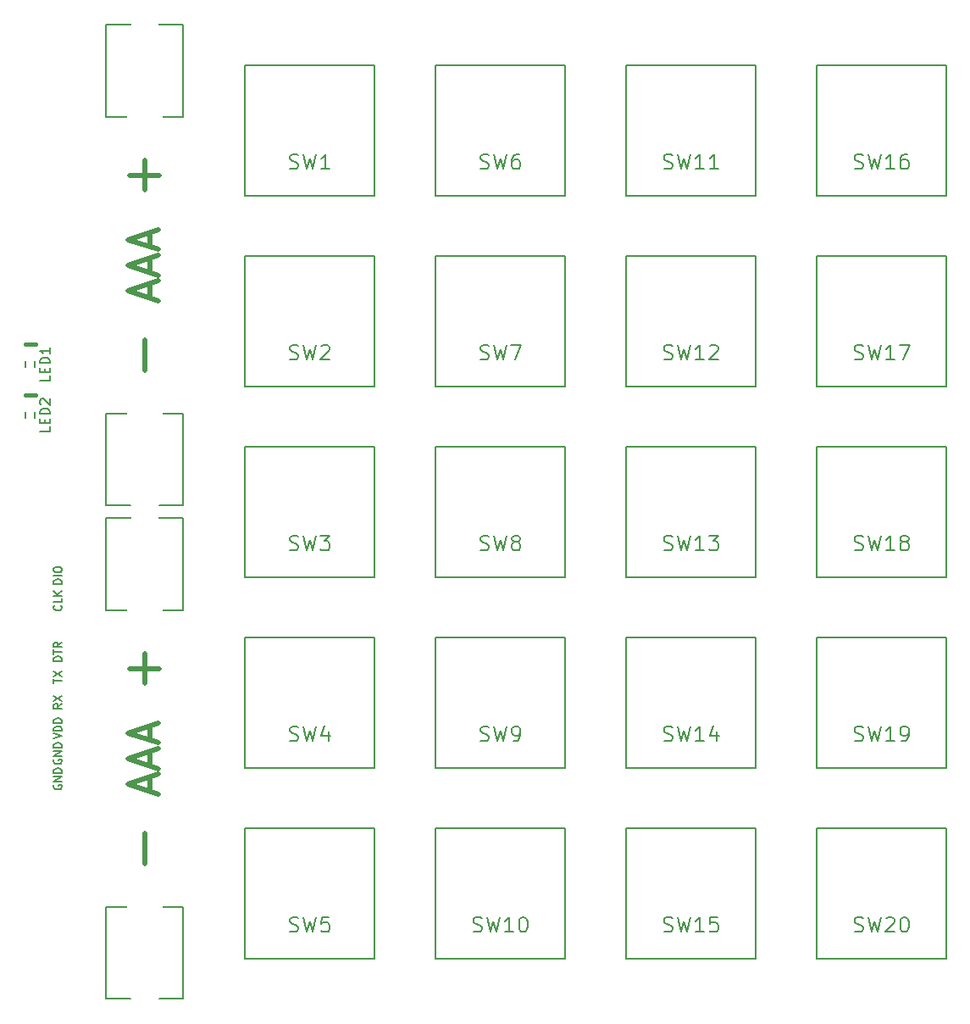
<source format=gto>
G04 #@! TF.FileFunction,Legend,Top*
%FSLAX46Y46*%
G04 Gerber Fmt 4.6, Leading zero omitted, Abs format (unit mm)*
G04 Created by KiCad (PCBNEW 4.0.7) date 01/05/18 23:40:39*
%MOMM*%
%LPD*%
G01*
G04 APERTURE LIST*
%ADD10C,0.100000*%
%ADD11C,0.400000*%
%ADD12C,0.500000*%
%ADD13C,0.150000*%
%ADD14C,0.200000*%
%ADD15C,3.700000*%
%ADD16C,1.910000*%
%ADD17C,2.700000*%
%ADD18C,4.200000*%
%ADD19C,2.400000*%
%ADD20R,1.000000X1.200000*%
%ADD21C,1.600000*%
G04 APERTURE END LIST*
D10*
D11*
X70612000Y-89916000D02*
X71628000Y-89916000D01*
X70612000Y-84836000D02*
X71628000Y-84836000D01*
D12*
X82550000Y-87462000D02*
X82550000Y-84462000D01*
X81050000Y-67962000D02*
X84050000Y-67962000D01*
X82550000Y-66462000D02*
X82550000Y-69462000D01*
D13*
X78700000Y-91762000D02*
X86400000Y-91762000D01*
X86400000Y-91762000D02*
X86400000Y-100962000D01*
X86400000Y-100962000D02*
X78700000Y-100962000D01*
X78700000Y-100962000D02*
X78700000Y-91762000D01*
X78700000Y-62162000D02*
X86400000Y-62162000D01*
X86400000Y-62162000D02*
X86400000Y-52962000D01*
X86400000Y-52962000D02*
X78700000Y-52962000D01*
X78700000Y-52962000D02*
X78700000Y-62162000D01*
D12*
X82550000Y-136738000D02*
X82550000Y-133738000D01*
X81050000Y-117238000D02*
X84050000Y-117238000D01*
X82550000Y-115738000D02*
X82550000Y-118738000D01*
D13*
X78700000Y-141038000D02*
X86400000Y-141038000D01*
X86400000Y-141038000D02*
X86400000Y-150238000D01*
X86400000Y-150238000D02*
X78700000Y-150238000D01*
X78700000Y-150238000D02*
X78700000Y-141038000D01*
X78700000Y-111438000D02*
X86400000Y-111438000D01*
X86400000Y-111438000D02*
X86400000Y-102238000D01*
X86400000Y-102238000D02*
X78700000Y-102238000D01*
X78700000Y-102238000D02*
X78700000Y-111438000D01*
X92560000Y-76050000D02*
X105560000Y-76050000D01*
X105560000Y-76050000D02*
X105560000Y-89050000D01*
X105560000Y-89050000D02*
X92560000Y-89050000D01*
X92560000Y-89050000D02*
X92560000Y-76050000D01*
X92560000Y-57000000D02*
X105560000Y-57000000D01*
X105560000Y-57000000D02*
X105560000Y-70000000D01*
X105560000Y-70000000D02*
X92560000Y-70000000D01*
X92560000Y-70000000D02*
X92560000Y-57000000D01*
X71570000Y-86568000D02*
X71570000Y-87168000D01*
X70670000Y-86568000D02*
X70670000Y-87168000D01*
X71570000Y-91648000D02*
X71570000Y-92248000D01*
X70670000Y-91648000D02*
X70670000Y-92248000D01*
X149710000Y-133200000D02*
X162710000Y-133200000D01*
X162710000Y-133200000D02*
X162710000Y-146200000D01*
X162710000Y-146200000D02*
X149710000Y-146200000D01*
X149710000Y-146200000D02*
X149710000Y-133200000D01*
X149710000Y-114150000D02*
X162710000Y-114150000D01*
X162710000Y-114150000D02*
X162710000Y-127150000D01*
X162710000Y-127150000D02*
X149710000Y-127150000D01*
X149710000Y-127150000D02*
X149710000Y-114150000D01*
X149710000Y-95100000D02*
X162710000Y-95100000D01*
X162710000Y-95100000D02*
X162710000Y-108100000D01*
X162710000Y-108100000D02*
X149710000Y-108100000D01*
X149710000Y-108100000D02*
X149710000Y-95100000D01*
X149710000Y-76050000D02*
X162710000Y-76050000D01*
X162710000Y-76050000D02*
X162710000Y-89050000D01*
X162710000Y-89050000D02*
X149710000Y-89050000D01*
X149710000Y-89050000D02*
X149710000Y-76050000D01*
X149710000Y-57000000D02*
X162710000Y-57000000D01*
X162710000Y-57000000D02*
X162710000Y-70000000D01*
X162710000Y-70000000D02*
X149710000Y-70000000D01*
X149710000Y-70000000D02*
X149710000Y-57000000D01*
X130660000Y-133200000D02*
X143660000Y-133200000D01*
X143660000Y-133200000D02*
X143660000Y-146200000D01*
X143660000Y-146200000D02*
X130660000Y-146200000D01*
X130660000Y-146200000D02*
X130660000Y-133200000D01*
X130660000Y-114150000D02*
X143660000Y-114150000D01*
X143660000Y-114150000D02*
X143660000Y-127150000D01*
X143660000Y-127150000D02*
X130660000Y-127150000D01*
X130660000Y-127150000D02*
X130660000Y-114150000D01*
X130660000Y-95100000D02*
X143660000Y-95100000D01*
X143660000Y-95100000D02*
X143660000Y-108100000D01*
X143660000Y-108100000D02*
X130660000Y-108100000D01*
X130660000Y-108100000D02*
X130660000Y-95100000D01*
X130660000Y-76050000D02*
X143660000Y-76050000D01*
X143660000Y-76050000D02*
X143660000Y-89050000D01*
X143660000Y-89050000D02*
X130660000Y-89050000D01*
X130660000Y-89050000D02*
X130660000Y-76050000D01*
X130660000Y-57000000D02*
X143660000Y-57000000D01*
X143660000Y-57000000D02*
X143660000Y-70000000D01*
X143660000Y-70000000D02*
X130660000Y-70000000D01*
X130660000Y-70000000D02*
X130660000Y-57000000D01*
X111610000Y-133200000D02*
X124610000Y-133200000D01*
X124610000Y-133200000D02*
X124610000Y-146200000D01*
X124610000Y-146200000D02*
X111610000Y-146200000D01*
X111610000Y-146200000D02*
X111610000Y-133200000D01*
X111610000Y-114150000D02*
X124610000Y-114150000D01*
X124610000Y-114150000D02*
X124610000Y-127150000D01*
X124610000Y-127150000D02*
X111610000Y-127150000D01*
X111610000Y-127150000D02*
X111610000Y-114150000D01*
X111610000Y-95100000D02*
X124610000Y-95100000D01*
X124610000Y-95100000D02*
X124610000Y-108100000D01*
X124610000Y-108100000D02*
X111610000Y-108100000D01*
X111610000Y-108100000D02*
X111610000Y-95100000D01*
X111610000Y-76050000D02*
X124610000Y-76050000D01*
X124610000Y-76050000D02*
X124610000Y-89050000D01*
X124610000Y-89050000D02*
X111610000Y-89050000D01*
X111610000Y-89050000D02*
X111610000Y-76050000D01*
X92560000Y-133200000D02*
X105560000Y-133200000D01*
X105560000Y-133200000D02*
X105560000Y-146200000D01*
X105560000Y-146200000D02*
X92560000Y-146200000D01*
X92560000Y-146200000D02*
X92560000Y-133200000D01*
X92560000Y-114150000D02*
X105560000Y-114150000D01*
X105560000Y-114150000D02*
X105560000Y-127150000D01*
X105560000Y-127150000D02*
X92560000Y-127150000D01*
X92560000Y-127150000D02*
X92560000Y-114150000D01*
X92560000Y-95100000D02*
X105560000Y-95100000D01*
X105560000Y-95100000D02*
X105560000Y-108100000D01*
X105560000Y-108100000D02*
X92560000Y-108100000D01*
X92560000Y-108100000D02*
X92560000Y-95100000D01*
X111610000Y-57000000D02*
X124610000Y-57000000D01*
X124610000Y-57000000D02*
X124610000Y-70000000D01*
X124610000Y-70000000D02*
X111610000Y-70000000D01*
X111610000Y-70000000D02*
X111610000Y-57000000D01*
D12*
X83050000Y-80247714D02*
X83050000Y-78819143D01*
X83907143Y-80533429D02*
X80907143Y-79533429D01*
X83907143Y-78533429D01*
X83050000Y-77676285D02*
X83050000Y-76247714D01*
X83907143Y-77962000D02*
X80907143Y-76962000D01*
X83907143Y-75962000D01*
X83050000Y-75104856D02*
X83050000Y-73676285D01*
X83907143Y-75390571D02*
X80907143Y-74390571D01*
X83907143Y-73390571D01*
X83050000Y-129523714D02*
X83050000Y-128095143D01*
X83907143Y-129809429D02*
X80907143Y-128809429D01*
X83907143Y-127809429D01*
X83050000Y-126952285D02*
X83050000Y-125523714D01*
X83907143Y-127238000D02*
X80907143Y-126238000D01*
X83907143Y-125238000D01*
X83050000Y-124380856D02*
X83050000Y-122952285D01*
X83907143Y-124666571D02*
X80907143Y-123666571D01*
X83907143Y-122666571D01*
D14*
X97060000Y-86332143D02*
X97274286Y-86403571D01*
X97631429Y-86403571D01*
X97774286Y-86332143D01*
X97845715Y-86260714D01*
X97917143Y-86117857D01*
X97917143Y-85975000D01*
X97845715Y-85832143D01*
X97774286Y-85760714D01*
X97631429Y-85689286D01*
X97345715Y-85617857D01*
X97202857Y-85546429D01*
X97131429Y-85475000D01*
X97060000Y-85332143D01*
X97060000Y-85189286D01*
X97131429Y-85046429D01*
X97202857Y-84975000D01*
X97345715Y-84903571D01*
X97702857Y-84903571D01*
X97917143Y-84975000D01*
X98417143Y-84903571D02*
X98774286Y-86403571D01*
X99060000Y-85332143D01*
X99345714Y-86403571D01*
X99702857Y-84903571D01*
X100202857Y-85046429D02*
X100274286Y-84975000D01*
X100417143Y-84903571D01*
X100774286Y-84903571D01*
X100917143Y-84975000D01*
X100988572Y-85046429D01*
X101060000Y-85189286D01*
X101060000Y-85332143D01*
X100988572Y-85546429D01*
X100131429Y-86403571D01*
X101060000Y-86403571D01*
X97060000Y-67282143D02*
X97274286Y-67353571D01*
X97631429Y-67353571D01*
X97774286Y-67282143D01*
X97845715Y-67210714D01*
X97917143Y-67067857D01*
X97917143Y-66925000D01*
X97845715Y-66782143D01*
X97774286Y-66710714D01*
X97631429Y-66639286D01*
X97345715Y-66567857D01*
X97202857Y-66496429D01*
X97131429Y-66425000D01*
X97060000Y-66282143D01*
X97060000Y-66139286D01*
X97131429Y-65996429D01*
X97202857Y-65925000D01*
X97345715Y-65853571D01*
X97702857Y-65853571D01*
X97917143Y-65925000D01*
X98417143Y-65853571D02*
X98774286Y-67353571D01*
X99060000Y-66282143D01*
X99345714Y-67353571D01*
X99702857Y-65853571D01*
X101060000Y-67353571D02*
X100202857Y-67353571D01*
X100631429Y-67353571D02*
X100631429Y-65853571D01*
X100488572Y-66067857D01*
X100345714Y-66210714D01*
X100202857Y-66282143D01*
D13*
X73096381Y-87987047D02*
X73096381Y-88463238D01*
X72096381Y-88463238D01*
X72572571Y-87653714D02*
X72572571Y-87320380D01*
X73096381Y-87177523D02*
X73096381Y-87653714D01*
X72096381Y-87653714D01*
X72096381Y-87177523D01*
X73096381Y-86748952D02*
X72096381Y-86748952D01*
X72096381Y-86510857D01*
X72144000Y-86367999D01*
X72239238Y-86272761D01*
X72334476Y-86225142D01*
X72524952Y-86177523D01*
X72667810Y-86177523D01*
X72858286Y-86225142D01*
X72953524Y-86272761D01*
X73048762Y-86367999D01*
X73096381Y-86510857D01*
X73096381Y-86748952D01*
X73096381Y-85225142D02*
X73096381Y-85796571D01*
X73096381Y-85510857D02*
X72096381Y-85510857D01*
X72239238Y-85606095D01*
X72334476Y-85701333D01*
X72382095Y-85796571D01*
X73096381Y-93067047D02*
X73096381Y-93543238D01*
X72096381Y-93543238D01*
X72572571Y-92733714D02*
X72572571Y-92400380D01*
X73096381Y-92257523D02*
X73096381Y-92733714D01*
X72096381Y-92733714D01*
X72096381Y-92257523D01*
X73096381Y-91828952D02*
X72096381Y-91828952D01*
X72096381Y-91590857D01*
X72144000Y-91447999D01*
X72239238Y-91352761D01*
X72334476Y-91305142D01*
X72524952Y-91257523D01*
X72667810Y-91257523D01*
X72858286Y-91305142D01*
X72953524Y-91352761D01*
X73048762Y-91447999D01*
X73096381Y-91590857D01*
X73096381Y-91828952D01*
X72191619Y-90876571D02*
X72144000Y-90828952D01*
X72096381Y-90733714D01*
X72096381Y-90495618D01*
X72144000Y-90400380D01*
X72191619Y-90352761D01*
X72286857Y-90305142D01*
X72382095Y-90305142D01*
X72524952Y-90352761D01*
X73096381Y-90924190D01*
X73096381Y-90305142D01*
X74199714Y-110966190D02*
X74237810Y-111004285D01*
X74275905Y-111118571D01*
X74275905Y-111194761D01*
X74237810Y-111309047D01*
X74161619Y-111385238D01*
X74085429Y-111423333D01*
X73933048Y-111461428D01*
X73818762Y-111461428D01*
X73666381Y-111423333D01*
X73590190Y-111385238D01*
X73514000Y-111309047D01*
X73475905Y-111194761D01*
X73475905Y-111118571D01*
X73514000Y-111004285D01*
X73552095Y-110966190D01*
X74275905Y-110242380D02*
X74275905Y-110623333D01*
X73475905Y-110623333D01*
X74275905Y-109975714D02*
X73475905Y-109975714D01*
X74275905Y-109518571D02*
X73818762Y-109861428D01*
X73475905Y-109518571D02*
X73933048Y-109975714D01*
X74275905Y-108769047D02*
X73475905Y-108769047D01*
X73475905Y-108578571D01*
X73514000Y-108464285D01*
X73590190Y-108388094D01*
X73666381Y-108349999D01*
X73818762Y-108311904D01*
X73933048Y-108311904D01*
X74085429Y-108349999D01*
X74161619Y-108388094D01*
X74237810Y-108464285D01*
X74275905Y-108578571D01*
X74275905Y-108769047D01*
X74275905Y-107969047D02*
X73475905Y-107969047D01*
X73475905Y-107435714D02*
X73475905Y-107283333D01*
X73514000Y-107207142D01*
X73590190Y-107130952D01*
X73742571Y-107092857D01*
X74009238Y-107092857D01*
X74161619Y-107130952D01*
X74237810Y-107207142D01*
X74275905Y-107283333D01*
X74275905Y-107435714D01*
X74237810Y-107511904D01*
X74161619Y-107588095D01*
X74009238Y-107626190D01*
X73742571Y-107626190D01*
X73590190Y-107588095D01*
X73514000Y-107511904D01*
X73475905Y-107435714D01*
X74275905Y-116484286D02*
X73475905Y-116484286D01*
X73475905Y-116293810D01*
X73514000Y-116179524D01*
X73590190Y-116103333D01*
X73666381Y-116065238D01*
X73818762Y-116027143D01*
X73933048Y-116027143D01*
X74085429Y-116065238D01*
X74161619Y-116103333D01*
X74237810Y-116179524D01*
X74275905Y-116293810D01*
X74275905Y-116484286D01*
X73475905Y-115798572D02*
X73475905Y-115341429D01*
X74275905Y-115570000D02*
X73475905Y-115570000D01*
X74275905Y-114617619D02*
X73894952Y-114884286D01*
X74275905Y-115074762D02*
X73475905Y-115074762D01*
X73475905Y-114770000D01*
X73514000Y-114693809D01*
X73552095Y-114655714D01*
X73628286Y-114617619D01*
X73742571Y-114617619D01*
X73818762Y-114655714D01*
X73856857Y-114693809D01*
X73894952Y-114770000D01*
X73894952Y-115074762D01*
X73514000Y-126339523D02*
X73475905Y-126415714D01*
X73475905Y-126529999D01*
X73514000Y-126644285D01*
X73590190Y-126720476D01*
X73666381Y-126758571D01*
X73818762Y-126796666D01*
X73933048Y-126796666D01*
X74085429Y-126758571D01*
X74161619Y-126720476D01*
X74237810Y-126644285D01*
X74275905Y-126529999D01*
X74275905Y-126453809D01*
X74237810Y-126339523D01*
X74199714Y-126301428D01*
X73933048Y-126301428D01*
X73933048Y-126453809D01*
X74275905Y-125958571D02*
X73475905Y-125958571D01*
X74275905Y-125501428D01*
X73475905Y-125501428D01*
X74275905Y-125120476D02*
X73475905Y-125120476D01*
X73475905Y-124930000D01*
X73514000Y-124815714D01*
X73590190Y-124739523D01*
X73666381Y-124701428D01*
X73818762Y-124663333D01*
X73933048Y-124663333D01*
X74085429Y-124701428D01*
X74161619Y-124739523D01*
X74237810Y-124815714D01*
X74275905Y-124930000D01*
X74275905Y-125120476D01*
X73514000Y-128879523D02*
X73475905Y-128955714D01*
X73475905Y-129069999D01*
X73514000Y-129184285D01*
X73590190Y-129260476D01*
X73666381Y-129298571D01*
X73818762Y-129336666D01*
X73933048Y-129336666D01*
X74085429Y-129298571D01*
X74161619Y-129260476D01*
X74237810Y-129184285D01*
X74275905Y-129069999D01*
X74275905Y-128993809D01*
X74237810Y-128879523D01*
X74199714Y-128841428D01*
X73933048Y-128841428D01*
X73933048Y-128993809D01*
X74275905Y-128498571D02*
X73475905Y-128498571D01*
X74275905Y-128041428D01*
X73475905Y-128041428D01*
X74275905Y-127660476D02*
X73475905Y-127660476D01*
X73475905Y-127470000D01*
X73514000Y-127355714D01*
X73590190Y-127279523D01*
X73666381Y-127241428D01*
X73818762Y-127203333D01*
X73933048Y-127203333D01*
X74085429Y-127241428D01*
X74161619Y-127279523D01*
X74237810Y-127355714D01*
X74275905Y-127470000D01*
X74275905Y-127660476D01*
X74275905Y-120783333D02*
X73894952Y-121050000D01*
X74275905Y-121240476D02*
X73475905Y-121240476D01*
X73475905Y-120935714D01*
X73514000Y-120859523D01*
X73552095Y-120821428D01*
X73628286Y-120783333D01*
X73742571Y-120783333D01*
X73818762Y-120821428D01*
X73856857Y-120859523D01*
X73894952Y-120935714D01*
X73894952Y-121240476D01*
X73475905Y-120516666D02*
X74275905Y-119983333D01*
X73475905Y-119983333D02*
X74275905Y-120516666D01*
X73475905Y-118719524D02*
X73475905Y-118262381D01*
X74275905Y-118490952D02*
X73475905Y-118490952D01*
X73475905Y-118071904D02*
X74275905Y-117538571D01*
X73475905Y-117538571D02*
X74275905Y-118071904D01*
X73475905Y-124256667D02*
X74275905Y-123990000D01*
X73475905Y-123723333D01*
X74275905Y-123456667D02*
X73475905Y-123456667D01*
X73475905Y-123266191D01*
X73514000Y-123151905D01*
X73590190Y-123075714D01*
X73666381Y-123037619D01*
X73818762Y-122999524D01*
X73933048Y-122999524D01*
X74085429Y-123037619D01*
X74161619Y-123075714D01*
X74237810Y-123151905D01*
X74275905Y-123266191D01*
X74275905Y-123456667D01*
X74275905Y-122656667D02*
X73475905Y-122656667D01*
X73475905Y-122466191D01*
X73514000Y-122351905D01*
X73590190Y-122275714D01*
X73666381Y-122237619D01*
X73818762Y-122199524D01*
X73933048Y-122199524D01*
X74085429Y-122237619D01*
X74161619Y-122275714D01*
X74237810Y-122351905D01*
X74275905Y-122466191D01*
X74275905Y-122656667D01*
D14*
X153495715Y-143482143D02*
X153710001Y-143553571D01*
X154067144Y-143553571D01*
X154210001Y-143482143D01*
X154281430Y-143410714D01*
X154352858Y-143267857D01*
X154352858Y-143125000D01*
X154281430Y-142982143D01*
X154210001Y-142910714D01*
X154067144Y-142839286D01*
X153781430Y-142767857D01*
X153638572Y-142696429D01*
X153567144Y-142625000D01*
X153495715Y-142482143D01*
X153495715Y-142339286D01*
X153567144Y-142196429D01*
X153638572Y-142125000D01*
X153781430Y-142053571D01*
X154138572Y-142053571D01*
X154352858Y-142125000D01*
X154852858Y-142053571D02*
X155210001Y-143553571D01*
X155495715Y-142482143D01*
X155781429Y-143553571D01*
X156138572Y-142053571D01*
X156638572Y-142196429D02*
X156710001Y-142125000D01*
X156852858Y-142053571D01*
X157210001Y-142053571D01*
X157352858Y-142125000D01*
X157424287Y-142196429D01*
X157495715Y-142339286D01*
X157495715Y-142482143D01*
X157424287Y-142696429D01*
X156567144Y-143553571D01*
X157495715Y-143553571D01*
X158424286Y-142053571D02*
X158567143Y-142053571D01*
X158710000Y-142125000D01*
X158781429Y-142196429D01*
X158852858Y-142339286D01*
X158924286Y-142625000D01*
X158924286Y-142982143D01*
X158852858Y-143267857D01*
X158781429Y-143410714D01*
X158710000Y-143482143D01*
X158567143Y-143553571D01*
X158424286Y-143553571D01*
X158281429Y-143482143D01*
X158210000Y-143410714D01*
X158138572Y-143267857D01*
X158067143Y-142982143D01*
X158067143Y-142625000D01*
X158138572Y-142339286D01*
X158210000Y-142196429D01*
X158281429Y-142125000D01*
X158424286Y-142053571D01*
X153495715Y-124432143D02*
X153710001Y-124503571D01*
X154067144Y-124503571D01*
X154210001Y-124432143D01*
X154281430Y-124360714D01*
X154352858Y-124217857D01*
X154352858Y-124075000D01*
X154281430Y-123932143D01*
X154210001Y-123860714D01*
X154067144Y-123789286D01*
X153781430Y-123717857D01*
X153638572Y-123646429D01*
X153567144Y-123575000D01*
X153495715Y-123432143D01*
X153495715Y-123289286D01*
X153567144Y-123146429D01*
X153638572Y-123075000D01*
X153781430Y-123003571D01*
X154138572Y-123003571D01*
X154352858Y-123075000D01*
X154852858Y-123003571D02*
X155210001Y-124503571D01*
X155495715Y-123432143D01*
X155781429Y-124503571D01*
X156138572Y-123003571D01*
X157495715Y-124503571D02*
X156638572Y-124503571D01*
X157067144Y-124503571D02*
X157067144Y-123003571D01*
X156924287Y-123217857D01*
X156781429Y-123360714D01*
X156638572Y-123432143D01*
X158210000Y-124503571D02*
X158495715Y-124503571D01*
X158638572Y-124432143D01*
X158710000Y-124360714D01*
X158852858Y-124146429D01*
X158924286Y-123860714D01*
X158924286Y-123289286D01*
X158852858Y-123146429D01*
X158781429Y-123075000D01*
X158638572Y-123003571D01*
X158352858Y-123003571D01*
X158210000Y-123075000D01*
X158138572Y-123146429D01*
X158067143Y-123289286D01*
X158067143Y-123646429D01*
X158138572Y-123789286D01*
X158210000Y-123860714D01*
X158352858Y-123932143D01*
X158638572Y-123932143D01*
X158781429Y-123860714D01*
X158852858Y-123789286D01*
X158924286Y-123646429D01*
X153495715Y-105382143D02*
X153710001Y-105453571D01*
X154067144Y-105453571D01*
X154210001Y-105382143D01*
X154281430Y-105310714D01*
X154352858Y-105167857D01*
X154352858Y-105025000D01*
X154281430Y-104882143D01*
X154210001Y-104810714D01*
X154067144Y-104739286D01*
X153781430Y-104667857D01*
X153638572Y-104596429D01*
X153567144Y-104525000D01*
X153495715Y-104382143D01*
X153495715Y-104239286D01*
X153567144Y-104096429D01*
X153638572Y-104025000D01*
X153781430Y-103953571D01*
X154138572Y-103953571D01*
X154352858Y-104025000D01*
X154852858Y-103953571D02*
X155210001Y-105453571D01*
X155495715Y-104382143D01*
X155781429Y-105453571D01*
X156138572Y-103953571D01*
X157495715Y-105453571D02*
X156638572Y-105453571D01*
X157067144Y-105453571D02*
X157067144Y-103953571D01*
X156924287Y-104167857D01*
X156781429Y-104310714D01*
X156638572Y-104382143D01*
X158352858Y-104596429D02*
X158210000Y-104525000D01*
X158138572Y-104453571D01*
X158067143Y-104310714D01*
X158067143Y-104239286D01*
X158138572Y-104096429D01*
X158210000Y-104025000D01*
X158352858Y-103953571D01*
X158638572Y-103953571D01*
X158781429Y-104025000D01*
X158852858Y-104096429D01*
X158924286Y-104239286D01*
X158924286Y-104310714D01*
X158852858Y-104453571D01*
X158781429Y-104525000D01*
X158638572Y-104596429D01*
X158352858Y-104596429D01*
X158210000Y-104667857D01*
X158138572Y-104739286D01*
X158067143Y-104882143D01*
X158067143Y-105167857D01*
X158138572Y-105310714D01*
X158210000Y-105382143D01*
X158352858Y-105453571D01*
X158638572Y-105453571D01*
X158781429Y-105382143D01*
X158852858Y-105310714D01*
X158924286Y-105167857D01*
X158924286Y-104882143D01*
X158852858Y-104739286D01*
X158781429Y-104667857D01*
X158638572Y-104596429D01*
X153495715Y-86332143D02*
X153710001Y-86403571D01*
X154067144Y-86403571D01*
X154210001Y-86332143D01*
X154281430Y-86260714D01*
X154352858Y-86117857D01*
X154352858Y-85975000D01*
X154281430Y-85832143D01*
X154210001Y-85760714D01*
X154067144Y-85689286D01*
X153781430Y-85617857D01*
X153638572Y-85546429D01*
X153567144Y-85475000D01*
X153495715Y-85332143D01*
X153495715Y-85189286D01*
X153567144Y-85046429D01*
X153638572Y-84975000D01*
X153781430Y-84903571D01*
X154138572Y-84903571D01*
X154352858Y-84975000D01*
X154852858Y-84903571D02*
X155210001Y-86403571D01*
X155495715Y-85332143D01*
X155781429Y-86403571D01*
X156138572Y-84903571D01*
X157495715Y-86403571D02*
X156638572Y-86403571D01*
X157067144Y-86403571D02*
X157067144Y-84903571D01*
X156924287Y-85117857D01*
X156781429Y-85260714D01*
X156638572Y-85332143D01*
X157995715Y-84903571D02*
X158995715Y-84903571D01*
X158352858Y-86403571D01*
X153495715Y-67282143D02*
X153710001Y-67353571D01*
X154067144Y-67353571D01*
X154210001Y-67282143D01*
X154281430Y-67210714D01*
X154352858Y-67067857D01*
X154352858Y-66925000D01*
X154281430Y-66782143D01*
X154210001Y-66710714D01*
X154067144Y-66639286D01*
X153781430Y-66567857D01*
X153638572Y-66496429D01*
X153567144Y-66425000D01*
X153495715Y-66282143D01*
X153495715Y-66139286D01*
X153567144Y-65996429D01*
X153638572Y-65925000D01*
X153781430Y-65853571D01*
X154138572Y-65853571D01*
X154352858Y-65925000D01*
X154852858Y-65853571D02*
X155210001Y-67353571D01*
X155495715Y-66282143D01*
X155781429Y-67353571D01*
X156138572Y-65853571D01*
X157495715Y-67353571D02*
X156638572Y-67353571D01*
X157067144Y-67353571D02*
X157067144Y-65853571D01*
X156924287Y-66067857D01*
X156781429Y-66210714D01*
X156638572Y-66282143D01*
X158781429Y-65853571D02*
X158495715Y-65853571D01*
X158352858Y-65925000D01*
X158281429Y-65996429D01*
X158138572Y-66210714D01*
X158067143Y-66496429D01*
X158067143Y-67067857D01*
X158138572Y-67210714D01*
X158210000Y-67282143D01*
X158352858Y-67353571D01*
X158638572Y-67353571D01*
X158781429Y-67282143D01*
X158852858Y-67210714D01*
X158924286Y-67067857D01*
X158924286Y-66710714D01*
X158852858Y-66567857D01*
X158781429Y-66496429D01*
X158638572Y-66425000D01*
X158352858Y-66425000D01*
X158210000Y-66496429D01*
X158138572Y-66567857D01*
X158067143Y-66710714D01*
X134445715Y-143482143D02*
X134660001Y-143553571D01*
X135017144Y-143553571D01*
X135160001Y-143482143D01*
X135231430Y-143410714D01*
X135302858Y-143267857D01*
X135302858Y-143125000D01*
X135231430Y-142982143D01*
X135160001Y-142910714D01*
X135017144Y-142839286D01*
X134731430Y-142767857D01*
X134588572Y-142696429D01*
X134517144Y-142625000D01*
X134445715Y-142482143D01*
X134445715Y-142339286D01*
X134517144Y-142196429D01*
X134588572Y-142125000D01*
X134731430Y-142053571D01*
X135088572Y-142053571D01*
X135302858Y-142125000D01*
X135802858Y-142053571D02*
X136160001Y-143553571D01*
X136445715Y-142482143D01*
X136731429Y-143553571D01*
X137088572Y-142053571D01*
X138445715Y-143553571D02*
X137588572Y-143553571D01*
X138017144Y-143553571D02*
X138017144Y-142053571D01*
X137874287Y-142267857D01*
X137731429Y-142410714D01*
X137588572Y-142482143D01*
X139802858Y-142053571D02*
X139088572Y-142053571D01*
X139017143Y-142767857D01*
X139088572Y-142696429D01*
X139231429Y-142625000D01*
X139588572Y-142625000D01*
X139731429Y-142696429D01*
X139802858Y-142767857D01*
X139874286Y-142910714D01*
X139874286Y-143267857D01*
X139802858Y-143410714D01*
X139731429Y-143482143D01*
X139588572Y-143553571D01*
X139231429Y-143553571D01*
X139088572Y-143482143D01*
X139017143Y-143410714D01*
X134445715Y-124432143D02*
X134660001Y-124503571D01*
X135017144Y-124503571D01*
X135160001Y-124432143D01*
X135231430Y-124360714D01*
X135302858Y-124217857D01*
X135302858Y-124075000D01*
X135231430Y-123932143D01*
X135160001Y-123860714D01*
X135017144Y-123789286D01*
X134731430Y-123717857D01*
X134588572Y-123646429D01*
X134517144Y-123575000D01*
X134445715Y-123432143D01*
X134445715Y-123289286D01*
X134517144Y-123146429D01*
X134588572Y-123075000D01*
X134731430Y-123003571D01*
X135088572Y-123003571D01*
X135302858Y-123075000D01*
X135802858Y-123003571D02*
X136160001Y-124503571D01*
X136445715Y-123432143D01*
X136731429Y-124503571D01*
X137088572Y-123003571D01*
X138445715Y-124503571D02*
X137588572Y-124503571D01*
X138017144Y-124503571D02*
X138017144Y-123003571D01*
X137874287Y-123217857D01*
X137731429Y-123360714D01*
X137588572Y-123432143D01*
X139731429Y-123503571D02*
X139731429Y-124503571D01*
X139374286Y-122932143D02*
X139017143Y-124003571D01*
X139945715Y-124003571D01*
X134445715Y-105382143D02*
X134660001Y-105453571D01*
X135017144Y-105453571D01*
X135160001Y-105382143D01*
X135231430Y-105310714D01*
X135302858Y-105167857D01*
X135302858Y-105025000D01*
X135231430Y-104882143D01*
X135160001Y-104810714D01*
X135017144Y-104739286D01*
X134731430Y-104667857D01*
X134588572Y-104596429D01*
X134517144Y-104525000D01*
X134445715Y-104382143D01*
X134445715Y-104239286D01*
X134517144Y-104096429D01*
X134588572Y-104025000D01*
X134731430Y-103953571D01*
X135088572Y-103953571D01*
X135302858Y-104025000D01*
X135802858Y-103953571D02*
X136160001Y-105453571D01*
X136445715Y-104382143D01*
X136731429Y-105453571D01*
X137088572Y-103953571D01*
X138445715Y-105453571D02*
X137588572Y-105453571D01*
X138017144Y-105453571D02*
X138017144Y-103953571D01*
X137874287Y-104167857D01*
X137731429Y-104310714D01*
X137588572Y-104382143D01*
X138945715Y-103953571D02*
X139874286Y-103953571D01*
X139374286Y-104525000D01*
X139588572Y-104525000D01*
X139731429Y-104596429D01*
X139802858Y-104667857D01*
X139874286Y-104810714D01*
X139874286Y-105167857D01*
X139802858Y-105310714D01*
X139731429Y-105382143D01*
X139588572Y-105453571D01*
X139160000Y-105453571D01*
X139017143Y-105382143D01*
X138945715Y-105310714D01*
X134445715Y-86332143D02*
X134660001Y-86403571D01*
X135017144Y-86403571D01*
X135160001Y-86332143D01*
X135231430Y-86260714D01*
X135302858Y-86117857D01*
X135302858Y-85975000D01*
X135231430Y-85832143D01*
X135160001Y-85760714D01*
X135017144Y-85689286D01*
X134731430Y-85617857D01*
X134588572Y-85546429D01*
X134517144Y-85475000D01*
X134445715Y-85332143D01*
X134445715Y-85189286D01*
X134517144Y-85046429D01*
X134588572Y-84975000D01*
X134731430Y-84903571D01*
X135088572Y-84903571D01*
X135302858Y-84975000D01*
X135802858Y-84903571D02*
X136160001Y-86403571D01*
X136445715Y-85332143D01*
X136731429Y-86403571D01*
X137088572Y-84903571D01*
X138445715Y-86403571D02*
X137588572Y-86403571D01*
X138017144Y-86403571D02*
X138017144Y-84903571D01*
X137874287Y-85117857D01*
X137731429Y-85260714D01*
X137588572Y-85332143D01*
X139017143Y-85046429D02*
X139088572Y-84975000D01*
X139231429Y-84903571D01*
X139588572Y-84903571D01*
X139731429Y-84975000D01*
X139802858Y-85046429D01*
X139874286Y-85189286D01*
X139874286Y-85332143D01*
X139802858Y-85546429D01*
X138945715Y-86403571D01*
X139874286Y-86403571D01*
X134445715Y-67282143D02*
X134660001Y-67353571D01*
X135017144Y-67353571D01*
X135160001Y-67282143D01*
X135231430Y-67210714D01*
X135302858Y-67067857D01*
X135302858Y-66925000D01*
X135231430Y-66782143D01*
X135160001Y-66710714D01*
X135017144Y-66639286D01*
X134731430Y-66567857D01*
X134588572Y-66496429D01*
X134517144Y-66425000D01*
X134445715Y-66282143D01*
X134445715Y-66139286D01*
X134517144Y-65996429D01*
X134588572Y-65925000D01*
X134731430Y-65853571D01*
X135088572Y-65853571D01*
X135302858Y-65925000D01*
X135802858Y-65853571D02*
X136160001Y-67353571D01*
X136445715Y-66282143D01*
X136731429Y-67353571D01*
X137088572Y-65853571D01*
X138445715Y-67353571D02*
X137588572Y-67353571D01*
X138017144Y-67353571D02*
X138017144Y-65853571D01*
X137874287Y-66067857D01*
X137731429Y-66210714D01*
X137588572Y-66282143D01*
X139874286Y-67353571D02*
X139017143Y-67353571D01*
X139445715Y-67353571D02*
X139445715Y-65853571D01*
X139302858Y-66067857D01*
X139160000Y-66210714D01*
X139017143Y-66282143D01*
X115395715Y-143482143D02*
X115610001Y-143553571D01*
X115967144Y-143553571D01*
X116110001Y-143482143D01*
X116181430Y-143410714D01*
X116252858Y-143267857D01*
X116252858Y-143125000D01*
X116181430Y-142982143D01*
X116110001Y-142910714D01*
X115967144Y-142839286D01*
X115681430Y-142767857D01*
X115538572Y-142696429D01*
X115467144Y-142625000D01*
X115395715Y-142482143D01*
X115395715Y-142339286D01*
X115467144Y-142196429D01*
X115538572Y-142125000D01*
X115681430Y-142053571D01*
X116038572Y-142053571D01*
X116252858Y-142125000D01*
X116752858Y-142053571D02*
X117110001Y-143553571D01*
X117395715Y-142482143D01*
X117681429Y-143553571D01*
X118038572Y-142053571D01*
X119395715Y-143553571D02*
X118538572Y-143553571D01*
X118967144Y-143553571D02*
X118967144Y-142053571D01*
X118824287Y-142267857D01*
X118681429Y-142410714D01*
X118538572Y-142482143D01*
X120324286Y-142053571D02*
X120467143Y-142053571D01*
X120610000Y-142125000D01*
X120681429Y-142196429D01*
X120752858Y-142339286D01*
X120824286Y-142625000D01*
X120824286Y-142982143D01*
X120752858Y-143267857D01*
X120681429Y-143410714D01*
X120610000Y-143482143D01*
X120467143Y-143553571D01*
X120324286Y-143553571D01*
X120181429Y-143482143D01*
X120110000Y-143410714D01*
X120038572Y-143267857D01*
X119967143Y-142982143D01*
X119967143Y-142625000D01*
X120038572Y-142339286D01*
X120110000Y-142196429D01*
X120181429Y-142125000D01*
X120324286Y-142053571D01*
X116110000Y-124432143D02*
X116324286Y-124503571D01*
X116681429Y-124503571D01*
X116824286Y-124432143D01*
X116895715Y-124360714D01*
X116967143Y-124217857D01*
X116967143Y-124075000D01*
X116895715Y-123932143D01*
X116824286Y-123860714D01*
X116681429Y-123789286D01*
X116395715Y-123717857D01*
X116252857Y-123646429D01*
X116181429Y-123575000D01*
X116110000Y-123432143D01*
X116110000Y-123289286D01*
X116181429Y-123146429D01*
X116252857Y-123075000D01*
X116395715Y-123003571D01*
X116752857Y-123003571D01*
X116967143Y-123075000D01*
X117467143Y-123003571D02*
X117824286Y-124503571D01*
X118110000Y-123432143D01*
X118395714Y-124503571D01*
X118752857Y-123003571D01*
X119395714Y-124503571D02*
X119681429Y-124503571D01*
X119824286Y-124432143D01*
X119895714Y-124360714D01*
X120038572Y-124146429D01*
X120110000Y-123860714D01*
X120110000Y-123289286D01*
X120038572Y-123146429D01*
X119967143Y-123075000D01*
X119824286Y-123003571D01*
X119538572Y-123003571D01*
X119395714Y-123075000D01*
X119324286Y-123146429D01*
X119252857Y-123289286D01*
X119252857Y-123646429D01*
X119324286Y-123789286D01*
X119395714Y-123860714D01*
X119538572Y-123932143D01*
X119824286Y-123932143D01*
X119967143Y-123860714D01*
X120038572Y-123789286D01*
X120110000Y-123646429D01*
X116110000Y-105382143D02*
X116324286Y-105453571D01*
X116681429Y-105453571D01*
X116824286Y-105382143D01*
X116895715Y-105310714D01*
X116967143Y-105167857D01*
X116967143Y-105025000D01*
X116895715Y-104882143D01*
X116824286Y-104810714D01*
X116681429Y-104739286D01*
X116395715Y-104667857D01*
X116252857Y-104596429D01*
X116181429Y-104525000D01*
X116110000Y-104382143D01*
X116110000Y-104239286D01*
X116181429Y-104096429D01*
X116252857Y-104025000D01*
X116395715Y-103953571D01*
X116752857Y-103953571D01*
X116967143Y-104025000D01*
X117467143Y-103953571D02*
X117824286Y-105453571D01*
X118110000Y-104382143D01*
X118395714Y-105453571D01*
X118752857Y-103953571D01*
X119538572Y-104596429D02*
X119395714Y-104525000D01*
X119324286Y-104453571D01*
X119252857Y-104310714D01*
X119252857Y-104239286D01*
X119324286Y-104096429D01*
X119395714Y-104025000D01*
X119538572Y-103953571D01*
X119824286Y-103953571D01*
X119967143Y-104025000D01*
X120038572Y-104096429D01*
X120110000Y-104239286D01*
X120110000Y-104310714D01*
X120038572Y-104453571D01*
X119967143Y-104525000D01*
X119824286Y-104596429D01*
X119538572Y-104596429D01*
X119395714Y-104667857D01*
X119324286Y-104739286D01*
X119252857Y-104882143D01*
X119252857Y-105167857D01*
X119324286Y-105310714D01*
X119395714Y-105382143D01*
X119538572Y-105453571D01*
X119824286Y-105453571D01*
X119967143Y-105382143D01*
X120038572Y-105310714D01*
X120110000Y-105167857D01*
X120110000Y-104882143D01*
X120038572Y-104739286D01*
X119967143Y-104667857D01*
X119824286Y-104596429D01*
X116110000Y-86332143D02*
X116324286Y-86403571D01*
X116681429Y-86403571D01*
X116824286Y-86332143D01*
X116895715Y-86260714D01*
X116967143Y-86117857D01*
X116967143Y-85975000D01*
X116895715Y-85832143D01*
X116824286Y-85760714D01*
X116681429Y-85689286D01*
X116395715Y-85617857D01*
X116252857Y-85546429D01*
X116181429Y-85475000D01*
X116110000Y-85332143D01*
X116110000Y-85189286D01*
X116181429Y-85046429D01*
X116252857Y-84975000D01*
X116395715Y-84903571D01*
X116752857Y-84903571D01*
X116967143Y-84975000D01*
X117467143Y-84903571D02*
X117824286Y-86403571D01*
X118110000Y-85332143D01*
X118395714Y-86403571D01*
X118752857Y-84903571D01*
X119181429Y-84903571D02*
X120181429Y-84903571D01*
X119538572Y-86403571D01*
X97060000Y-143482143D02*
X97274286Y-143553571D01*
X97631429Y-143553571D01*
X97774286Y-143482143D01*
X97845715Y-143410714D01*
X97917143Y-143267857D01*
X97917143Y-143125000D01*
X97845715Y-142982143D01*
X97774286Y-142910714D01*
X97631429Y-142839286D01*
X97345715Y-142767857D01*
X97202857Y-142696429D01*
X97131429Y-142625000D01*
X97060000Y-142482143D01*
X97060000Y-142339286D01*
X97131429Y-142196429D01*
X97202857Y-142125000D01*
X97345715Y-142053571D01*
X97702857Y-142053571D01*
X97917143Y-142125000D01*
X98417143Y-142053571D02*
X98774286Y-143553571D01*
X99060000Y-142482143D01*
X99345714Y-143553571D01*
X99702857Y-142053571D01*
X100988572Y-142053571D02*
X100274286Y-142053571D01*
X100202857Y-142767857D01*
X100274286Y-142696429D01*
X100417143Y-142625000D01*
X100774286Y-142625000D01*
X100917143Y-142696429D01*
X100988572Y-142767857D01*
X101060000Y-142910714D01*
X101060000Y-143267857D01*
X100988572Y-143410714D01*
X100917143Y-143482143D01*
X100774286Y-143553571D01*
X100417143Y-143553571D01*
X100274286Y-143482143D01*
X100202857Y-143410714D01*
X97060000Y-124432143D02*
X97274286Y-124503571D01*
X97631429Y-124503571D01*
X97774286Y-124432143D01*
X97845715Y-124360714D01*
X97917143Y-124217857D01*
X97917143Y-124075000D01*
X97845715Y-123932143D01*
X97774286Y-123860714D01*
X97631429Y-123789286D01*
X97345715Y-123717857D01*
X97202857Y-123646429D01*
X97131429Y-123575000D01*
X97060000Y-123432143D01*
X97060000Y-123289286D01*
X97131429Y-123146429D01*
X97202857Y-123075000D01*
X97345715Y-123003571D01*
X97702857Y-123003571D01*
X97917143Y-123075000D01*
X98417143Y-123003571D02*
X98774286Y-124503571D01*
X99060000Y-123432143D01*
X99345714Y-124503571D01*
X99702857Y-123003571D01*
X100917143Y-123503571D02*
X100917143Y-124503571D01*
X100560000Y-122932143D02*
X100202857Y-124003571D01*
X101131429Y-124003571D01*
X97060000Y-105382143D02*
X97274286Y-105453571D01*
X97631429Y-105453571D01*
X97774286Y-105382143D01*
X97845715Y-105310714D01*
X97917143Y-105167857D01*
X97917143Y-105025000D01*
X97845715Y-104882143D01*
X97774286Y-104810714D01*
X97631429Y-104739286D01*
X97345715Y-104667857D01*
X97202857Y-104596429D01*
X97131429Y-104525000D01*
X97060000Y-104382143D01*
X97060000Y-104239286D01*
X97131429Y-104096429D01*
X97202857Y-104025000D01*
X97345715Y-103953571D01*
X97702857Y-103953571D01*
X97917143Y-104025000D01*
X98417143Y-103953571D02*
X98774286Y-105453571D01*
X99060000Y-104382143D01*
X99345714Y-105453571D01*
X99702857Y-103953571D01*
X100131429Y-103953571D02*
X101060000Y-103953571D01*
X100560000Y-104525000D01*
X100774286Y-104525000D01*
X100917143Y-104596429D01*
X100988572Y-104667857D01*
X101060000Y-104810714D01*
X101060000Y-105167857D01*
X100988572Y-105310714D01*
X100917143Y-105382143D01*
X100774286Y-105453571D01*
X100345714Y-105453571D01*
X100202857Y-105382143D01*
X100131429Y-105310714D01*
X116110000Y-67282143D02*
X116324286Y-67353571D01*
X116681429Y-67353571D01*
X116824286Y-67282143D01*
X116895715Y-67210714D01*
X116967143Y-67067857D01*
X116967143Y-66925000D01*
X116895715Y-66782143D01*
X116824286Y-66710714D01*
X116681429Y-66639286D01*
X116395715Y-66567857D01*
X116252857Y-66496429D01*
X116181429Y-66425000D01*
X116110000Y-66282143D01*
X116110000Y-66139286D01*
X116181429Y-65996429D01*
X116252857Y-65925000D01*
X116395715Y-65853571D01*
X116752857Y-65853571D01*
X116967143Y-65925000D01*
X117467143Y-65853571D02*
X117824286Y-67353571D01*
X118110000Y-66282143D01*
X118395714Y-67353571D01*
X118752857Y-65853571D01*
X119967143Y-65853571D02*
X119681429Y-65853571D01*
X119538572Y-65925000D01*
X119467143Y-65996429D01*
X119324286Y-66210714D01*
X119252857Y-66496429D01*
X119252857Y-67067857D01*
X119324286Y-67210714D01*
X119395714Y-67282143D01*
X119538572Y-67353571D01*
X119824286Y-67353571D01*
X119967143Y-67282143D01*
X120038572Y-67210714D01*
X120110000Y-67067857D01*
X120110000Y-66710714D01*
X120038572Y-66567857D01*
X119967143Y-66496429D01*
X119824286Y-66425000D01*
X119538572Y-66425000D01*
X119395714Y-66496429D01*
X119324286Y-66567857D01*
X119252857Y-66710714D01*
%LPC*%
D15*
X82550000Y-54212000D03*
X82550000Y-61812000D03*
X82550000Y-99712000D03*
X82550000Y-92112000D03*
X82550000Y-103488000D03*
X82550000Y-111088000D03*
X82550000Y-148988000D03*
X82550000Y-141388000D03*
D16*
X104140000Y-82550000D03*
D17*
X101600000Y-77470000D03*
D18*
X99060000Y-82550000D03*
D17*
X95250000Y-80010000D03*
D16*
X93980000Y-82550000D03*
X104140000Y-63500000D03*
D17*
X101600000Y-58420000D03*
D18*
X99060000Y-63500000D03*
D17*
X95250000Y-60960000D03*
D16*
X93980000Y-63500000D03*
D19*
X119380000Y-148590000D03*
X119380000Y-54610000D03*
X72390000Y-101600000D03*
X166370000Y-101600000D03*
X166370000Y-54610000D03*
D20*
X71120000Y-85968000D03*
X71120000Y-87768000D03*
X71120000Y-91048000D03*
X71120000Y-92848000D03*
D21*
X72390000Y-110490000D03*
X72390000Y-107950000D03*
X72390000Y-115570000D03*
X72390000Y-125730000D03*
X72390000Y-128270000D03*
X72390000Y-120650000D03*
X72390000Y-118110000D03*
X72390000Y-123190000D03*
D19*
X166370000Y-148590000D03*
X72390000Y-54610000D03*
X72390000Y-148590000D03*
D16*
X161290000Y-139700000D03*
D17*
X158750000Y-134620000D03*
D18*
X156210000Y-139700000D03*
D17*
X152400000Y-137160000D03*
D16*
X151130000Y-139700000D03*
X161290000Y-120650000D03*
D17*
X158750000Y-115570000D03*
D18*
X156210000Y-120650000D03*
D17*
X152400000Y-118110000D03*
D16*
X151130000Y-120650000D03*
X161290000Y-101600000D03*
D17*
X158750000Y-96520000D03*
D18*
X156210000Y-101600000D03*
D17*
X152400000Y-99060000D03*
D16*
X151130000Y-101600000D03*
X161290000Y-82550000D03*
D17*
X158750000Y-77470000D03*
D18*
X156210000Y-82550000D03*
D17*
X152400000Y-80010000D03*
D16*
X151130000Y-82550000D03*
X161290000Y-63500000D03*
D17*
X158750000Y-58420000D03*
D18*
X156210000Y-63500000D03*
D17*
X152400000Y-60960000D03*
D16*
X151130000Y-63500000D03*
X142240000Y-139700000D03*
D17*
X139700000Y-134620000D03*
D18*
X137160000Y-139700000D03*
D17*
X133350000Y-137160000D03*
D16*
X132080000Y-139700000D03*
X142240000Y-120650000D03*
D17*
X139700000Y-115570000D03*
D18*
X137160000Y-120650000D03*
D17*
X133350000Y-118110000D03*
D16*
X132080000Y-120650000D03*
X142240000Y-101600000D03*
D17*
X139700000Y-96520000D03*
D18*
X137160000Y-101600000D03*
D17*
X133350000Y-99060000D03*
D16*
X132080000Y-101600000D03*
X142240000Y-82550000D03*
D17*
X139700000Y-77470000D03*
D18*
X137160000Y-82550000D03*
D17*
X133350000Y-80010000D03*
D16*
X132080000Y-82550000D03*
X142240000Y-63500000D03*
D17*
X139700000Y-58420000D03*
D18*
X137160000Y-63500000D03*
D17*
X133350000Y-60960000D03*
D16*
X132080000Y-63500000D03*
X123190000Y-139700000D03*
D17*
X120650000Y-134620000D03*
D18*
X118110000Y-139700000D03*
D17*
X114300000Y-137160000D03*
D16*
X113030000Y-139700000D03*
X123190000Y-120650000D03*
D17*
X120650000Y-115570000D03*
D18*
X118110000Y-120650000D03*
D17*
X114300000Y-118110000D03*
D16*
X113030000Y-120650000D03*
X123190000Y-101600000D03*
D17*
X120650000Y-96520000D03*
D18*
X118110000Y-101600000D03*
D17*
X114300000Y-99060000D03*
D16*
X113030000Y-101600000D03*
X123190000Y-82550000D03*
D17*
X120650000Y-77470000D03*
D18*
X118110000Y-82550000D03*
D17*
X114300000Y-80010000D03*
D16*
X113030000Y-82550000D03*
X104140000Y-139700000D03*
D17*
X101600000Y-134620000D03*
D18*
X99060000Y-139700000D03*
D17*
X95250000Y-137160000D03*
D16*
X93980000Y-139700000D03*
X104140000Y-120650000D03*
D17*
X101600000Y-115570000D03*
D18*
X99060000Y-120650000D03*
D17*
X95250000Y-118110000D03*
D16*
X93980000Y-120650000D03*
X104140000Y-101600000D03*
D17*
X101600000Y-96520000D03*
D18*
X99060000Y-101600000D03*
D17*
X95250000Y-99060000D03*
D16*
X93980000Y-101600000D03*
X123190000Y-63500000D03*
D17*
X120650000Y-58420000D03*
D18*
X118110000Y-63500000D03*
D17*
X114300000Y-60960000D03*
D16*
X113030000Y-63500000D03*
M02*

</source>
